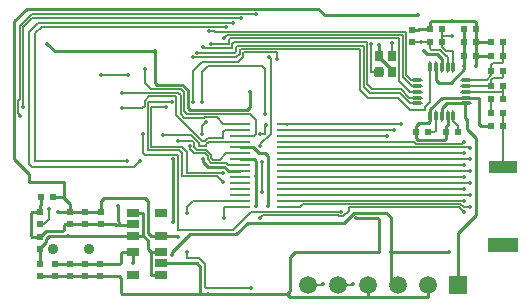
<source format=gbl>
G04 Layer_Physical_Order=2*
G04 Layer_Color=16711680*
%FSLAX25Y25*%
%MOIN*%
G70*
G01*
G75*
%ADD10R,0.02362X0.01969*%
%ADD19R,0.01969X0.02362*%
%ADD22C,0.01000*%
%ADD23C,0.00600*%
%ADD24C,0.05906*%
%ADD25R,0.05906X0.05906*%
%ADD26C,0.01400*%
%ADD27C,0.03543*%
%ADD28R,0.03937X0.02756*%
%ADD29R,0.03937X0.02559*%
G04:AMPARAMS|DCode=30|XSize=35.43mil|YSize=31.5mil|CornerRadius=7.87mil|HoleSize=0mil|Usage=FLASHONLY|Rotation=90.000|XOffset=0mil|YOffset=0mil|HoleType=Round|Shape=RoundedRectangle|*
%AMROUNDEDRECTD30*
21,1,0.03543,0.01575,0,0,90.0*
21,1,0.01969,0.03150,0,0,90.0*
1,1,0.01575,0.00787,0.00984*
1,1,0.01575,0.00787,-0.00984*
1,1,0.01575,-0.00787,-0.00984*
1,1,0.01575,-0.00787,0.00984*
%
%ADD30ROUNDEDRECTD30*%
%ADD31R,0.03150X0.03543*%
G04:AMPARAMS|DCode=32|XSize=39mil|YSize=12mil|CornerRadius=6mil|HoleSize=0mil|Usage=FLASHONLY|Rotation=270.000|XOffset=0mil|YOffset=0mil|HoleType=Round|Shape=RoundedRectangle|*
%AMROUNDEDRECTD32*
21,1,0.03900,0.00000,0,0,270.0*
21,1,0.02700,0.01200,0,0,270.0*
1,1,0.01200,0.00000,-0.01350*
1,1,0.01200,0.00000,0.01350*
1,1,0.01200,0.00000,0.01350*
1,1,0.01200,0.00000,-0.01350*
%
%ADD32ROUNDEDRECTD32*%
G04:AMPARAMS|DCode=33|XSize=39mil|YSize=12mil|CornerRadius=6mil|HoleSize=0mil|Usage=FLASHONLY|Rotation=0.000|XOffset=0mil|YOffset=0mil|HoleType=Round|Shape=RoundedRectangle|*
%AMROUNDEDRECTD33*
21,1,0.03900,0.00000,0,0,0.0*
21,1,0.02700,0.01200,0,0,0.0*
1,1,0.01200,0.01350,0.00000*
1,1,0.01200,-0.01350,0.00000*
1,1,0.01200,-0.01350,0.00000*
1,1,0.01200,0.01350,0.00000*
%
%ADD33ROUNDEDRECTD33*%
%ADD34R,0.07087X0.00984*%
%ADD35R,0.09646X0.04000*%
%ADD36R,0.10236X0.04724*%
D10*
X388469Y348500D02*
D03*
X384531D02*
D03*
X390032Y318500D02*
D03*
X393969D02*
D03*
X408968Y339000D02*
D03*
X405031D02*
D03*
X405031Y334000D02*
D03*
X408968D02*
D03*
X408968Y329500D02*
D03*
X405031D02*
D03*
X255031Y297000D02*
D03*
X258968D02*
D03*
X408968Y320500D02*
D03*
X405031D02*
D03*
X408968Y325000D02*
D03*
X405031D02*
D03*
X405031Y348500D02*
D03*
X408968D02*
D03*
X405031Y344000D02*
D03*
X408968D02*
D03*
X384531Y353000D02*
D03*
X388469D02*
D03*
X380031Y318500D02*
D03*
X383968D02*
D03*
X399969Y344000D02*
D03*
X396031D02*
D03*
X399969Y348500D02*
D03*
X396031D02*
D03*
X399969Y353000D02*
D03*
X396031D02*
D03*
D19*
X254500Y288032D02*
D03*
Y291968D02*
D03*
X274500Y270532D02*
D03*
Y274468D02*
D03*
X269500Y270532D02*
D03*
Y274468D02*
D03*
X264500Y270532D02*
D03*
Y274468D02*
D03*
X259500Y270532D02*
D03*
Y274468D02*
D03*
X254500Y270532D02*
D03*
Y274468D02*
D03*
X275000Y288032D02*
D03*
Y291968D02*
D03*
X269500Y288032D02*
D03*
Y291968D02*
D03*
X264500Y288032D02*
D03*
Y291968D02*
D03*
X254500Y283469D02*
D03*
Y279532D02*
D03*
X378500Y352468D02*
D03*
Y348532D02*
D03*
D22*
X391500Y335000D02*
X396031Y339531D01*
X387500Y335000D02*
X391500D01*
X299000Y288500D02*
Y309500D01*
X309000Y308500D02*
Y309500D01*
Y308500D02*
X310500Y307000D01*
X316000D01*
X317469Y305532D01*
X321126D01*
X371831Y338500D02*
Y339169D01*
X367500Y343500D02*
X371831Y339169D01*
X367500Y343500D02*
Y344012D01*
X399969Y353000D02*
Y355031D01*
X399500Y355500D02*
X399969Y355031D01*
X384531D02*
X385000Y355500D01*
X384531Y353000D02*
Y355031D01*
X381000Y353000D02*
X384531D01*
X380469Y352468D02*
X381000Y353000D01*
X378500Y352468D02*
X380469D01*
X386549Y335951D02*
X387500Y335000D01*
X386549Y335951D02*
Y339590D01*
X388510Y330010D02*
X396090D01*
X384607Y326107D02*
X388510Y330010D01*
X384607Y324410D02*
Y326107D01*
X390032Y316531D02*
Y318500D01*
X389500Y316000D02*
X390032Y316531D01*
X380563Y316000D02*
X389500D01*
X380031Y316531D02*
X380563Y316000D01*
X380031Y316531D02*
Y318500D01*
X390110Y328110D02*
X396090D01*
X388490Y326490D02*
X390110Y328110D01*
X388490Y324410D02*
Y326490D01*
X390000Y318531D02*
Y320500D01*
X390490Y320990D01*
Y324410D01*
X380031Y318500D02*
Y320532D01*
X381000Y321500D01*
X384000D01*
X384607Y322107D01*
Y324410D01*
X308000Y264500D02*
Y273500D01*
X281500Y265000D02*
X282000Y264500D01*
X281500Y265000D02*
Y270000D01*
X280968Y270532D02*
X281500Y270000D01*
X274500Y270532D02*
X280968D01*
X274500Y274468D02*
X280968D01*
X281500Y275000D01*
Y278000D01*
X281980Y278480D01*
X285500D01*
X256484Y281873D02*
Y282984D01*
X254500Y279889D02*
X256484Y281873D01*
X254500Y279532D02*
Y279889D01*
X256484Y282984D02*
X257520Y284020D01*
X264000D01*
X285520D02*
X289020D01*
X289000Y284039D02*
X289020Y284020D01*
X289000Y284000D02*
X290500Y282500D01*
Y279461D02*
Y282500D01*
Y279461D02*
X291480Y278480D01*
X264000Y284020D02*
X285520D01*
X289000Y284039D02*
Y291500D01*
X291500Y271000D02*
X294949D01*
X291480Y271020D02*
X291500Y271000D01*
X291480Y271020D02*
Y278480D01*
X285520Y291500D02*
X289000D01*
X279468Y288032D02*
X280000Y287500D01*
X306760Y274740D02*
X308000Y273500D01*
X294949Y274740D02*
X306760D01*
X251969Y291968D02*
X254500D01*
X251500Y291500D02*
X251969Y291968D01*
X251500Y284000D02*
Y291500D01*
Y284000D02*
X252031Y283469D01*
X254500D01*
X269500Y274468D02*
X274500D01*
X264500D02*
X269500D01*
X259500D02*
X264500D01*
X269500Y270532D02*
X274500D01*
X264500D02*
X269500D01*
X259500D02*
X264500D01*
X254500D02*
X259500D01*
X285260Y287500D02*
X285520Y287760D01*
X269500Y288032D02*
X275000D01*
X264500D02*
X269500D01*
X255000Y294500D02*
Y296969D01*
X254500Y294000D02*
X255000Y294500D01*
X254500Y291968D02*
Y294000D01*
X388469Y353000D02*
X388500Y352969D01*
X396031Y344000D02*
Y348500D01*
Y353000D01*
X399969Y348500D02*
Y353000D01*
Y344000D02*
X405031D01*
X399969Y348500D02*
X405031D01*
X399969Y344000D02*
Y348500D01*
X291480Y278480D02*
X294949D01*
X254500Y274468D02*
Y279532D01*
X396090Y323410D02*
Y328110D01*
Y323410D02*
X397000Y322500D01*
X388490Y339590D02*
Y343010D01*
X387000Y344500D02*
X388490Y343010D01*
X383500Y344500D02*
X387000D01*
X399969Y340531D02*
Y344000D01*
X401000Y321000D02*
X401500Y320500D01*
X405031D01*
X401000Y321000D02*
Y330000D01*
X400990Y330010D02*
X401000Y330000D01*
X396090Y330010D02*
X400990D01*
X367500Y344012D02*
Y347500D01*
X382500Y345500D02*
X383500Y344500D01*
X259500Y345500D02*
X293000D01*
X257000Y348000D02*
X259500Y345500D01*
X321126Y313405D02*
X325594D01*
X327500Y311500D01*
X329500D01*
X330500Y310500D01*
Y294000D02*
Y310500D01*
X321126Y309469D02*
X326031D01*
X326500Y309000D01*
Y304000D02*
Y309000D01*
X360000Y290000D02*
X367000D01*
X367484Y289516D01*
Y278516D02*
Y289516D01*
X291480Y284020D02*
X294969D01*
X290500Y285000D02*
X291480Y284020D01*
X294969D02*
X299980D01*
X300500Y283500D01*
X254500Y283469D02*
X256551Y285520D01*
X262020D01*
X262500Y286000D01*
X275000Y288032D02*
X279468D01*
X371421Y278579D02*
Y290279D01*
X370000Y291700D02*
X371421Y290279D01*
X359296Y291700D02*
X370000D01*
X355896Y288300D02*
X359296Y291700D01*
X323800Y288300D02*
X355896D01*
X320000Y284500D02*
X323800Y288300D01*
X304500Y284500D02*
X320000D01*
X298500Y278500D02*
X304500Y284500D01*
X298500Y277500D02*
Y278500D01*
X285500Y275000D02*
Y278480D01*
X275000Y291968D02*
Y295500D01*
X276000Y296500D01*
X289500D01*
X290500Y295500D01*
Y285000D02*
Y295500D01*
X281000Y287500D02*
Y288500D01*
X280500Y289000D02*
X281000Y288500D01*
X280500Y289000D02*
Y294000D01*
X280000Y287500D02*
X281000D01*
X285260D01*
X326500Y294000D02*
Y304000D01*
X310500Y264500D02*
X337000D01*
X338000Y265500D01*
X282000Y264500D02*
X308000D01*
X310500D01*
X338000Y265500D02*
Y277000D01*
X339516Y278516D01*
X367484D01*
X371421Y267500D02*
X374000D01*
X337000Y264500D02*
X338000Y263500D01*
X364000D01*
X397000Y319500D02*
Y322500D01*
Y319500D02*
X400000Y316500D01*
Y291000D02*
Y316500D01*
X394000Y285000D02*
X400000Y291000D01*
X394000Y267500D02*
Y285000D01*
X250969Y302031D02*
X262469D01*
X250969D02*
Y304532D01*
X246000Y309500D02*
X250969Y304532D01*
X246000Y309500D02*
Y319500D01*
X245950Y319550D02*
X246000Y319500D01*
X245950Y319550D02*
Y355450D01*
X250200Y359700D01*
X347300D01*
X349500Y357500D01*
X380500D01*
X385000Y355500D02*
X399500D01*
X396031Y339531D02*
Y344000D01*
X371421Y278579D02*
X390921D01*
X371421Y267500D02*
Y278579D01*
X262500Y286000D02*
Y287500D01*
X263032Y288032D01*
X264500D01*
X264500Y291968D02*
X264500Y291968D01*
X264500Y291968D02*
Y294500D01*
X262500Y296500D02*
X264500Y294500D01*
X262500Y296500D02*
Y302000D01*
X262469Y302031D02*
X262500Y302000D01*
X264500Y291968D02*
X269500D01*
X275000D01*
X258968Y297000D02*
X262000D01*
X262500Y296500D01*
X260531Y291968D02*
X264500D01*
X260500Y292000D02*
X260531Y291968D01*
X364000Y263500D02*
Y267500D01*
Y263500D02*
X384000D01*
Y267500D01*
X293000Y335000D02*
Y345500D01*
Y335000D02*
X293700Y334300D01*
X302039D01*
X303800Y332539D01*
Y326700D02*
Y332539D01*
Y326700D02*
X304700Y325800D01*
X308285D01*
X308385Y325900D01*
X323400D01*
X324500Y327000D01*
Y332000D01*
D23*
X408968Y344000D02*
Y348500D01*
X289500Y335000D02*
Y339500D01*
X289591Y339591D01*
X326500Y318000D02*
Y322500D01*
X310500Y340500D02*
X328500D01*
X308500Y338500D02*
X310500Y340500D01*
X308500Y328500D02*
Y338500D01*
X305500Y339000D02*
X308500Y342000D01*
X305500Y328500D02*
Y339000D01*
X290500Y328500D02*
X298500D01*
X291600Y327000D02*
X296500D01*
X305056Y317500D02*
X307500Y315056D01*
Y314000D02*
Y315056D01*
Y314000D02*
X309800D01*
X306000Y313500D02*
X306900Y312600D01*
X306000Y313500D02*
Y315000D01*
X305500Y315500D02*
X306000Y315000D01*
X306900Y312600D02*
X309956D01*
X309500Y311500D02*
X310500Y310500D01*
X306000Y311500D02*
X309500D01*
X304500Y313000D02*
X306000Y311500D01*
X309956Y312600D02*
X311600Y310956D01*
X309800Y314000D02*
X310000Y314200D01*
X309544Y315600D02*
X310418Y316474D01*
X308600Y315600D02*
X309544D01*
X282000Y331500D02*
X282100Y331600D01*
X315721Y321280D02*
X321126D01*
X289400Y329056D02*
X290844Y330500D01*
X289400Y327400D02*
Y329056D01*
X288500Y326500D02*
X289400Y327400D01*
X282000Y326500D02*
X288500D01*
X295500Y317500D02*
X305056D01*
X310000Y314200D02*
Y314500D01*
X310874Y315374D01*
X274949Y337449D02*
X283949D01*
X300500Y315500D02*
X305500D01*
X304500Y313000D02*
Y314000D01*
X291600Y313600D02*
Y327000D01*
Y313600D02*
X301900D01*
X303500Y312000D01*
Y305000D02*
Y312000D01*
Y305000D02*
X315500D01*
X290500Y312500D02*
Y328500D01*
Y312500D02*
X301000D01*
X302000Y311500D01*
Y303900D02*
Y311500D01*
Y303900D02*
X313500D01*
X289500Y311000D02*
X300500D01*
Y286000D02*
Y311000D01*
X289000Y311500D02*
Y318000D01*
Y311500D02*
X289500Y311000D01*
X300500Y286000D02*
X319000D01*
X328500Y340500D02*
X329500Y339500D01*
Y324500D02*
Y339500D01*
X310418Y316474D02*
X315500D01*
Y318500D01*
X316311Y319311D01*
X321126D01*
X325842Y317342D02*
X326500Y318000D01*
X321126Y317342D02*
X325842D01*
X310874Y315374D02*
X321126D01*
X311600Y310000D02*
Y310956D01*
Y310000D02*
X312200Y309400D01*
X314500D01*
X316537Y311437D01*
X321126D01*
X317338Y307500D02*
X321126D01*
X310500Y309500D02*
Y310500D01*
Y309500D02*
X311700Y308300D01*
X316539D01*
X317338Y307500D01*
X310000Y266500D02*
X325000D01*
X309500Y267000D02*
X310000Y266500D01*
X309500Y267000D02*
Y274500D01*
X307500Y276500D02*
X309500Y274500D01*
X303540Y276500D02*
X307500D01*
X303500Y276540D02*
X303540Y276500D01*
X303500Y276540D02*
Y278500D01*
Y291500D02*
Y293500D01*
X305689Y295689D01*
X319000Y286000D02*
X325000Y292000D01*
X355000D01*
X305689Y295689D02*
X321126D01*
X336874Y297657D02*
X397984D01*
X336890Y299610D02*
X395890D01*
X336874Y301594D02*
X397905D01*
X336890Y303547D02*
X395953D01*
X336874Y305532D02*
X397969D01*
X336890Y307484D02*
X395984D01*
X336874Y309469D02*
X397937D01*
X336890Y311421D02*
X395921D01*
X336874Y313405D02*
X397874D01*
X395342Y314700D02*
X396000Y315358D01*
X380025Y314700D02*
X395342D01*
X379350Y315374D02*
X380025Y314700D01*
X336874Y315374D02*
X379350D01*
X336874Y317342D02*
X370158D01*
X336874Y319311D02*
X372689D01*
X374721Y321280D02*
X374736Y321264D01*
X336874Y321280D02*
X374721D01*
X308500Y318000D02*
Y320500D01*
X310000Y322000D01*
X308500Y342000D02*
X320500D01*
X322200Y343700D01*
Y344900D01*
X322500Y345200D01*
X333500D01*
X331500Y318000D02*
Y343000D01*
X331000Y343500D02*
X331500Y343000D01*
X333500D02*
Y345200D01*
X328000Y314500D02*
X331500Y318000D01*
X328000Y313827D02*
Y314500D01*
X313500Y303900D02*
X315400Y302000D01*
X315500D01*
X329500Y320500D02*
X330000Y321000D01*
X329500Y318000D02*
Y320500D01*
X329264Y317764D02*
X329500Y318000D01*
X328000Y317764D02*
X329264D01*
X311000Y352213D02*
X312787D01*
X255213Y353713D02*
X316287D01*
X254000Y355000D02*
X319000D01*
X253000Y351500D02*
X255213Y353713D01*
X251000Y352000D02*
X254000Y355000D01*
X305500Y343500D02*
X320000D01*
X308750Y346750D02*
X309000Y346500D01*
X312121D01*
X312321Y346700D01*
X318700D01*
X320000Y343500D02*
X321100Y344600D01*
Y345900D01*
X321500Y346300D01*
X361300D01*
X378000Y326000D02*
X383000D01*
Y327000D01*
X384607Y328607D01*
Y339590D01*
X365000Y338500D02*
X367500D01*
X365000D02*
Y348000D01*
X388469Y350500D02*
Y353000D01*
Y348500D02*
Y350500D01*
X392000D01*
X307000Y345000D02*
X319500D01*
X320000Y345500D01*
Y347000D01*
X320400Y347400D01*
X362400D01*
X377835Y328110D02*
X380910D01*
X318700Y346700D02*
Y348000D01*
X319200Y348500D01*
X363500D01*
X253000Y309000D02*
Y351500D01*
Y309000D02*
X283500D01*
X251000Y308000D02*
Y352000D01*
Y308000D02*
X252000Y307000D01*
X286000D01*
X288000Y309000D01*
X373394Y352000D02*
X376500D01*
X373363Y352031D02*
X373394Y352000D01*
X370298Y352031D02*
X373363D01*
X370267Y352000D02*
X370298Y352031D01*
X313000Y352000D02*
X370267D01*
X372938Y350900D02*
X375400D01*
X372908Y350931D02*
X372938Y350900D01*
X370754Y350931D02*
X372908D01*
X370723Y350900D02*
X370754Y350931D01*
X316900Y350900D02*
X370723D01*
X372483Y349800D02*
X374300D01*
X372452Y349831D02*
X372483Y349800D01*
X371209Y349831D02*
X372452D01*
X371179Y349800D02*
X371209Y349831D01*
X317969Y349800D02*
X371179D01*
X374300Y335700D02*
Y349800D01*
X317500Y349331D02*
X317969Y349800D01*
X375400Y337044D02*
Y350900D01*
X316000Y350000D02*
X316900Y350900D01*
X312900Y352100D02*
X313000Y352000D01*
X311500Y348000D02*
X317500D01*
Y349331D01*
X251944Y358000D02*
X326500D01*
X247900Y353956D02*
X251944Y358000D01*
X247900Y329500D02*
Y353956D01*
X252000Y356500D02*
X321500D01*
X249000Y353500D02*
X252000Y356500D01*
X249000Y327000D02*
Y353500D01*
X374300Y335700D02*
X377990Y332010D01*
X380910D01*
X375400Y337044D02*
X378493Y333951D01*
X380910D01*
X376500Y337500D02*
Y352000D01*
Y337500D02*
X378107Y335893D01*
X380910D01*
X381500Y348532D02*
X384500D01*
X378500D02*
X381500D01*
X371831Y344012D02*
Y348331D01*
X383968Y318500D02*
X386000D01*
X386548Y319048D01*
Y324410D01*
X393969Y318500D02*
Y320532D01*
X392390Y322110D02*
X393969Y320532D01*
X392390Y322110D02*
Y324410D01*
X336874Y321060D02*
Y321280D01*
X389600Y344400D02*
X390490Y343510D01*
X389544Y344400D02*
X389600D01*
X387944Y346000D02*
X389544Y344400D01*
X385000Y346000D02*
X387944D01*
X390000Y345500D02*
X392000D01*
X388500Y347000D02*
X390000Y345500D01*
X388500Y347000D02*
Y348468D01*
X384531Y346468D02*
Y348500D01*
Y346468D02*
X385000Y346000D01*
X390490Y339590D02*
Y343510D01*
X392390Y339590D02*
Y345110D01*
X392000Y345500D02*
X392390Y345110D01*
X388469Y348500D02*
X388500Y348468D01*
X408968Y329500D02*
Y334000D01*
X396090Y332010D02*
X408959D01*
X404983Y333951D02*
X405031Y334000D01*
X396090Y333951D02*
X404983D01*
X396198Y336000D02*
X403444D01*
X405031Y337587D01*
Y339000D01*
X405000Y339032D02*
X405031Y339000D01*
X405000Y339032D02*
Y341000D01*
X405500Y341500D01*
X408500D01*
X408968Y341968D01*
Y344000D01*
X405031Y334000D02*
Y335968D01*
X405000Y336000D02*
X405031Y335968D01*
X405000Y336000D02*
X405500Y336500D01*
X408500D01*
X408968Y336968D01*
Y339000D01*
X405031Y325000D02*
Y329500D01*
X408968Y320500D02*
Y325000D01*
X328500Y298500D02*
Y308500D01*
X358500Y267500D02*
X359000Y268000D01*
X354000Y267500D02*
X358500D01*
X328000Y290000D02*
X328900Y290900D01*
X353979D01*
X354379Y290500D01*
X355621D01*
X357500Y292379D01*
X336874Y293721D02*
X341280D01*
X395792Y293500D02*
X397795D01*
X357500Y292379D02*
Y293500D01*
X394236D01*
X396000Y291736D01*
X336890Y295673D02*
X336916Y295700D01*
X395973D02*
X396000Y295673D01*
X336916Y295700D02*
X395973D01*
X342159Y294600D02*
X394692D01*
X341280Y293721D02*
X342159Y294600D01*
X394692D02*
X395792Y293500D01*
X316220Y293721D02*
X321126D01*
X316000Y293500D02*
X316220Y293721D01*
X316000Y290000D02*
Y293500D01*
X374000Y330000D02*
X378000Y326000D01*
X374444Y331500D02*
X377835Y328110D01*
X374750Y332750D02*
X377490Y330010D01*
X380910D01*
X364000Y330000D02*
X374000D01*
X361300Y332700D02*
Y346300D01*
Y332700D02*
X364000Y330000D01*
X362400Y333600D02*
Y347400D01*
Y333600D02*
X364500Y331500D01*
X374444D01*
X363500Y334500D02*
Y348500D01*
Y334500D02*
X365250Y332750D01*
X374750D01*
X344000Y267500D02*
X348500D01*
X349000Y268000D01*
X408968Y307031D02*
Y320500D01*
X247250Y324750D02*
X248000Y324000D01*
X247250Y328850D02*
X247900Y329500D01*
X247250Y324750D02*
Y328850D01*
X254500Y288032D02*
X256031D01*
X257500Y289500D01*
Y293000D01*
X300000Y324200D02*
X308600Y315600D01*
X290844Y330500D02*
X300000D01*
Y324200D02*
Y330500D01*
X282100Y331600D02*
X300544D01*
X301400Y330744D01*
X289500Y335000D02*
X291500Y333000D01*
X301500D01*
X302500Y332000D01*
X309279Y323400D02*
X309379Y323500D01*
X308823Y324500D02*
X308923Y324600D01*
X324400D01*
X309379Y323500D02*
X313500D01*
X315721Y321280D01*
X324400Y324600D02*
X326500Y322500D01*
X302500Y325500D02*
Y332000D01*
Y325500D02*
X303500Y324500D01*
X308823D01*
X301400Y324600D02*
Y330744D01*
Y324600D02*
X302600Y323400D01*
X309279D01*
D24*
X344000Y267500D02*
D03*
X354000D02*
D03*
X364000D02*
D03*
X374000D02*
D03*
X384000D02*
D03*
D25*
X394000D02*
D03*
D26*
X289591Y339591D02*
D03*
X305500Y328500D02*
D03*
X298500D02*
D03*
X296500Y327000D02*
D03*
X308500Y328500D02*
D03*
X282000Y326500D02*
D03*
Y331500D02*
D03*
X295500Y317500D02*
D03*
X284000Y337500D02*
D03*
X274949Y337449D02*
D03*
X300500Y315500D02*
D03*
X304500Y314000D02*
D03*
X289000Y318000D02*
D03*
X299000Y288500D02*
D03*
Y309500D02*
D03*
X309000D02*
D03*
X303500Y278500D02*
D03*
Y291500D02*
D03*
X328000Y290000D02*
D03*
X370173Y317327D02*
D03*
X372705Y319295D02*
D03*
X374736Y321264D02*
D03*
X396000Y291736D02*
D03*
Y295673D02*
D03*
X398000Y293705D02*
D03*
Y297642D02*
D03*
X395890Y299610D02*
D03*
X397921Y301579D02*
D03*
X395953Y303547D02*
D03*
X397984Y305516D02*
D03*
X395984Y307484D02*
D03*
X397953Y309453D02*
D03*
X395921Y311421D02*
D03*
X397890Y313390D02*
D03*
X396000Y315358D02*
D03*
X308500Y318000D02*
D03*
X310000Y322000D02*
D03*
X355000Y292000D02*
D03*
X328500Y308500D02*
D03*
Y298500D02*
D03*
X331000Y343500D02*
D03*
X333500Y343000D02*
D03*
X315500Y305000D02*
D03*
Y302000D02*
D03*
X329500Y324500D02*
D03*
X330000Y321000D02*
D03*
X328000Y317764D02*
D03*
Y313827D02*
D03*
X311000Y352213D02*
D03*
X305500Y343500D02*
D03*
X307000Y345000D02*
D03*
X308750Y346750D02*
D03*
X365000Y348000D02*
D03*
X392000Y350500D02*
D03*
X283500Y309000D02*
D03*
X316500Y353500D02*
D03*
X319000Y355000D02*
D03*
X288000Y309000D02*
D03*
X311500Y348000D02*
D03*
X249000Y327000D02*
D03*
X321500Y356500D02*
D03*
X326500Y358000D02*
D03*
X248000Y324000D02*
D03*
X316000Y350000D02*
D03*
X381500Y348532D02*
D03*
X371831Y348331D02*
D03*
X264000Y284020D02*
D03*
X310500Y264500D02*
D03*
X325000Y266500D02*
D03*
X397000Y322500D02*
D03*
X396000Y340500D02*
D03*
X399969Y340531D02*
D03*
X401500Y320500D02*
D03*
X367500Y347500D02*
D03*
X382500Y345500D02*
D03*
X392000Y355500D02*
D03*
X257000Y348000D02*
D03*
X293000Y345500D02*
D03*
X330500Y294000D02*
D03*
X326500Y304000D02*
D03*
X371421Y278579D02*
D03*
X360000Y290000D02*
D03*
X367484Y278516D02*
D03*
X359000Y268000D02*
D03*
X300500Y283500D02*
D03*
X298500Y277500D02*
D03*
X285500Y275000D02*
D03*
X281000Y287500D02*
D03*
X280500Y294000D02*
D03*
X316000Y290000D02*
D03*
X326500Y294000D02*
D03*
X349000Y268000D02*
D03*
X380500Y357500D02*
D03*
X391000Y278500D02*
D03*
X257500Y293000D02*
D03*
X260500Y292000D02*
D03*
X324500Y332000D02*
D03*
D27*
X259000Y279500D02*
D03*
X271000D02*
D03*
D28*
X285500Y271000D02*
D03*
Y278480D02*
D03*
X294969Y291500D02*
D03*
Y284020D02*
D03*
D29*
X294949Y274740D02*
D03*
Y271000D02*
D03*
Y278480D02*
D03*
X285520Y287760D02*
D03*
Y291500D02*
D03*
Y284020D02*
D03*
D30*
X367500Y338500D02*
D03*
D31*
Y344012D02*
D03*
X371831D02*
D03*
Y338500D02*
D03*
D32*
X384607Y323810D02*
D03*
X386548D02*
D03*
X388490D02*
D03*
X390490D02*
D03*
X384607Y340190D02*
D03*
X386549D02*
D03*
X388490D02*
D03*
X390490D02*
D03*
X392390D02*
D03*
Y323810D02*
D03*
D33*
X380310Y328110D02*
D03*
Y330010D02*
D03*
Y332010D02*
D03*
Y333951D02*
D03*
Y335893D02*
D03*
X396690Y335893D02*
D03*
Y333951D02*
D03*
Y332010D02*
D03*
Y330010D02*
D03*
Y328110D02*
D03*
D34*
X321126Y321280D02*
D03*
Y319311D02*
D03*
Y317342D02*
D03*
Y315374D02*
D03*
Y313405D02*
D03*
X336874D02*
D03*
Y315374D02*
D03*
Y317342D02*
D03*
Y319311D02*
D03*
Y321280D02*
D03*
Y311437D02*
D03*
Y309469D02*
D03*
Y307500D02*
D03*
Y305532D02*
D03*
Y303563D02*
D03*
Y301594D02*
D03*
Y299626D02*
D03*
Y297657D02*
D03*
Y295689D02*
D03*
Y293721D02*
D03*
X321126D02*
D03*
Y295689D02*
D03*
Y297657D02*
D03*
Y299626D02*
D03*
Y301594D02*
D03*
Y303563D02*
D03*
Y305532D02*
D03*
Y307500D02*
D03*
Y309469D02*
D03*
Y311437D02*
D03*
D35*
X409000Y307000D02*
D03*
D36*
X409000Y281019D02*
D03*
M02*

</source>
